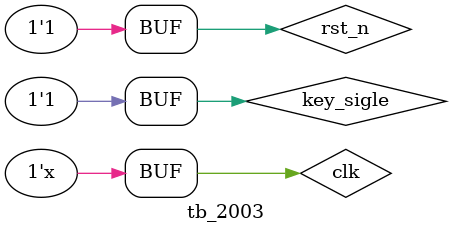
<source format=v>
/*-----------------------------------------------------------------------

Date				:		2017-XX-XX
Description			:		Design for LCD1602 Display.

-----------------------------------------------------------------------*/
`timescale 1ns/1ns

module	tb_2003();

reg			clk;
reg			rst_n;
reg			key_sigle;
pro_2003	tb
(
	//global clock
	.clk(clk),			//system clock
	.rst_n(rst_n),    		//sync reset
	
	//XXX interface
	.key_sigle(key_sigle)

	//user interface

	
); 

//--------------------------------
//Funtion :               

initial 
begin
	clk = 0;
	rst_n = 0;
	key_sigle = 1;
	#100;

	key_sigle = 1;
	rst_n = 1;
	key_sigle = 0;
	#200;
	key_sigle = 1;

end

always #10 clk =~ clk;


endmodule
	

</source>
